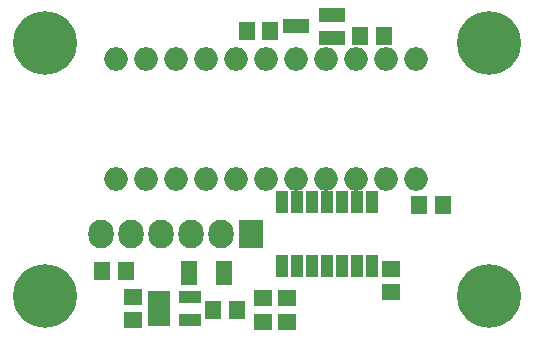
<source format=gts>
G04 #@! TF.FileFunction,Soldermask,Top*
%FSLAX46Y46*%
G04 Gerber Fmt 4.6, Leading zero omitted, Abs format (unit mm)*
G04 Created by KiCad (PCBNEW 4.0.5+dfsg1-4) date Sat Mar 17 17:37:26 2018*
%MOMM*%
%LPD*%
G01*
G04 APERTURE LIST*
%ADD10C,0.100000*%
%ADD11R,1.000000X1.900000*%
%ADD12R,2.127200X2.432000*%
%ADD13O,2.127200X2.432000*%
%ADD14O,2.000000X2.000000*%
%ADD15R,2.300000X1.200000*%
%ADD16C,5.400000*%
%ADD17R,1.650000X1.400000*%
%ADD18R,1.400000X1.650000*%
%ADD19R,1.400000X2.000000*%
%ADD20R,1.960000X1.050000*%
G04 APERTURE END LIST*
D10*
D11*
X138474880Y-90597760D03*
X137204880Y-90597760D03*
X135934880Y-90597760D03*
X134664880Y-90597760D03*
X133394880Y-90597760D03*
X132124880Y-90597760D03*
X130854880Y-90597760D03*
X130854880Y-95997760D03*
X132124880Y-95997760D03*
X133394880Y-95997760D03*
X134664880Y-95997760D03*
X135934880Y-95997760D03*
X137204880Y-95997760D03*
X138474880Y-95997760D03*
D12*
X128264880Y-93297760D03*
D13*
X125724880Y-93297760D03*
X123184880Y-93297760D03*
X120644880Y-93297760D03*
X118104880Y-93297760D03*
X115564880Y-93297760D03*
D14*
X142240000Y-88646000D03*
X139700000Y-88646000D03*
X137160000Y-88646000D03*
X134620000Y-88646000D03*
X132080000Y-88646000D03*
X129540000Y-88646000D03*
X127000000Y-88646000D03*
X124460000Y-88646000D03*
X121920000Y-88646000D03*
X119380000Y-88646000D03*
X116840000Y-88646000D03*
X116840000Y-78486000D03*
X119380000Y-78486000D03*
X121920000Y-78486000D03*
X124460000Y-78486000D03*
X127000000Y-78486000D03*
X129540000Y-78486000D03*
X132080000Y-78486000D03*
X134620000Y-78486000D03*
X137160000Y-78486000D03*
X139700000Y-78486000D03*
X142240000Y-78486000D03*
D15*
X135064880Y-76647760D03*
X135064880Y-74747760D03*
X132064880Y-75697760D03*
D16*
X110764880Y-77097760D03*
X148364880Y-77097760D03*
X110764880Y-98497760D03*
X148364880Y-98497760D03*
D17*
X118264880Y-98597760D03*
X118264880Y-100597760D03*
D18*
X127064880Y-99697760D03*
X125064880Y-99697760D03*
D19*
X122964880Y-96597760D03*
X125964880Y-96597760D03*
D17*
X140064880Y-96197760D03*
X140064880Y-98197760D03*
D18*
X144464880Y-90797760D03*
X142464880Y-90797760D03*
D17*
X131264880Y-100697760D03*
X131264880Y-98697760D03*
X129264880Y-98697760D03*
X129264880Y-100697760D03*
D18*
X115664880Y-96397760D03*
X117664880Y-96397760D03*
X137464880Y-76497760D03*
X139464880Y-76497760D03*
X129864880Y-76097760D03*
X127864880Y-76097760D03*
D20*
X120414880Y-98647760D03*
X120414880Y-99597760D03*
X120414880Y-100547760D03*
X123114880Y-100547760D03*
X123114880Y-98647760D03*
M02*

</source>
